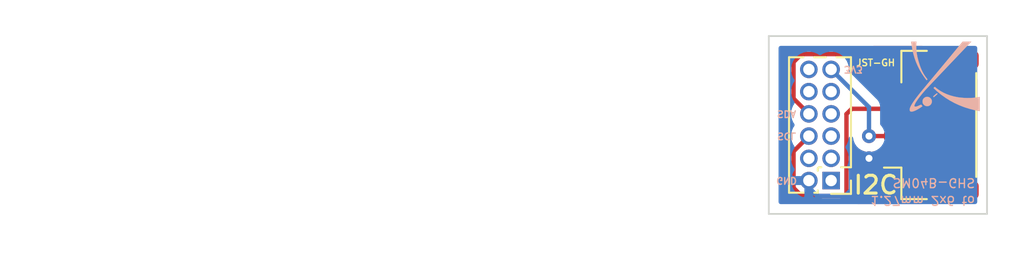
<source format=kicad_pcb>
(kicad_pcb (version 20171130) (host pcbnew "(5.1.12)-1")

  (general
    (thickness 1.6002)
    (drawings 14)
    (tracks 28)
    (zones 0)
    (modules 3)
    (nets 13)
  )

  (page A4)
  (title_block
    (title "2x6 1.27mm socket to JST-GH I2C Adapter board PCB")
    (date 2021-11-28)
    (rev 1)
    (comment 2 "Vincent Nguyen")
  )

  (layers
    (0 Front signal)
    (31 Back signal)
    (34 B.Paste user)
    (35 F.Paste user)
    (36 B.SilkS user)
    (37 F.SilkS user)
    (38 B.Mask user)
    (39 F.Mask user)
    (44 Edge.Cuts user)
    (45 Margin user)
    (46 B.CrtYd user)
    (47 F.CrtYd user)
    (49 F.Fab user)
  )

  (setup
    (last_trace_width 0.25)
    (user_trace_width 0.1)
    (user_trace_width 0.2)
    (user_trace_width 0.5)
    (trace_clearance 0.25)
    (zone_clearance 0.508)
    (zone_45_only no)
    (trace_min 0.1)
    (via_size 0.8)
    (via_drill 0.4)
    (via_min_size 0.45)
    (via_min_drill 0.2)
    (user_via 0.45 0.2)
    (user_via 0.8 0.4)
    (uvia_size 0.8)
    (uvia_drill 0.4)
    (uvias_allowed no)
    (uvia_min_size 0)
    (uvia_min_drill 0)
    (edge_width 0.1)
    (segment_width 0.1)
    (pcb_text_width 0.3)
    (pcb_text_size 1.5 1.5)
    (mod_edge_width 0.1)
    (mod_text_size 0.8 0.8)
    (mod_text_width 0.1)
    (pad_size 1.524 1.524)
    (pad_drill 0.762)
    (pad_to_mask_clearance 0)
    (solder_mask_min_width 0.1)
    (aux_axis_origin 0 0)
    (visible_elements 7FFFFFFF)
    (pcbplotparams
      (layerselection 0x010fc_ffffffff)
      (usegerberextensions false)
      (usegerberattributes false)
      (usegerberadvancedattributes false)
      (creategerberjobfile false)
      (excludeedgelayer true)
      (linewidth 0.152400)
      (plotframeref false)
      (viasonmask false)
      (mode 1)
      (useauxorigin false)
      (hpglpennumber 1)
      (hpglpenspeed 20)
      (hpglpendiameter 15.000000)
      (psnegative false)
      (psa4output false)
      (plotreference true)
      (plotvalue false)
      (plotinvisibletext false)
      (padsonsilk false)
      (subtractmaskfromsilk true)
      (outputformat 1)
      (mirror false)
      (drillshape 0)
      (scaleselection 1)
      (outputdirectory "./gerbers_for_aisler"))
  )

  (net 0 "")
  (net 1 /3V3)
  (net 2 /UART_TX)
  (net 3 /SPI_SCK)
  (net 4 /UART_RX)
  (net 5 /SPI_MISO)
  (net 6 /I2C_SDA)
  (net 7 /SPI_MOSI)
  (net 8 /I2C_SCL)
  (net 9 /SPI_CS0)
  (net 10 /SPI_CS2)
  (net 11 /SPI_CS1)
  (net 12 /GND)

  (net_class Default "This is the default net class."
    (clearance 0.25)
    (trace_width 0.25)
    (via_dia 0.8)
    (via_drill 0.4)
    (uvia_dia 0.8)
    (uvia_drill 0.4)
    (diff_pair_width 0.25)
    (diff_pair_gap 0.25)
    (add_net /3V3)
    (add_net /GND)
    (add_net /I2C_SCL)
    (add_net /I2C_SDA)
    (add_net /SPI_CS0)
    (add_net /SPI_CS1)
    (add_net /SPI_CS2)
    (add_net /SPI_MISO)
    (add_net /SPI_MOSI)
    (add_net /SPI_SCK)
    (add_net /UART_RX)
    (add_net /UART_TX)
  )

  (net_class Min "This is the bare minimum allowed."
    (clearance 0.1)
    (trace_width 0.1)
    (via_dia 0.45)
    (via_drill 0.2)
    (uvia_dia 0.45)
    (uvia_drill 0.2)
    (diff_pair_width 0.12)
    (diff_pair_gap 0.12)
  )

  (module graphics:xplore_logo_4mm locked (layer Back) (tedit 0) (tstamp 61A2890D)
    (at 153.797 98.933 270)
    (fp_text reference " " (at 0 0 90) (layer B.SilkS) hide
      (effects (font (size 1.524 1.524) (thickness 0.3)) (justify mirror))
    )
    (fp_text value " " (at 0.75 0 90) (layer B.SilkS) hide
      (effects (font (size 1.524 1.524) (thickness 0.3)) (justify mirror))
    )
    (fp_poly (pts (xy -1.975679 0.628213) (xy -1.955187 0.609038) (xy -1.926447 0.579255) (xy -1.891 0.540646)
      (xy -1.850388 0.49499) (xy -1.806153 0.444069) (xy -1.759837 0.389663) (xy -1.712982 0.333551)
      (xy -1.66713 0.277516) (xy -1.623822 0.223338) (xy -1.5846 0.172796) (xy -1.573968 0.15875)
      (xy -1.409938 -0.07278) (xy -1.262329 -0.309661) (xy -1.130185 -0.553713) (xy -1.012555 -0.806757)
      (xy -0.908483 -1.070612) (xy -0.865977 -1.192893) (xy -0.79292 -1.430508) (xy -0.732401 -1.667451)
      (xy -0.685481 -1.89945) (xy -0.675843 -1.95716) (xy -0.669691 -1.995714) (xy -1.471591 -1.995714)
      (xy -1.466103 -1.966232) (xy -1.442482 -1.812472) (xy -1.426036 -1.646368) (xy -1.416785 -1.472244)
      (xy -1.41475 -1.294429) (xy -1.419951 -1.11725) (xy -1.432406 -0.945032) (xy -1.452136 -0.782103)
      (xy -1.460436 -0.73) (xy -1.503849 -0.518508) (xy -1.560541 -0.315615) (xy -1.630049 -0.122376)
      (xy -1.711908 0.060156) (xy -1.805653 0.230928) (xy -1.910822 0.388887) (xy -2.006865 0.509987)
      (xy -2.051451 0.561866) (xy -2.022065 0.598433) (xy -2.004284 0.619167) (xy -1.990773 0.632419)
      (xy -1.986381 0.635) (xy -1.975679 0.628213)) (layer B.SilkS) (width 0.01))
    (fp_poly (pts (xy -0.704226 1.990563) (xy -0.671955 1.979377) (xy -0.660863 1.97118) (xy -0.642659 1.940393)
      (xy -0.636417 1.897348) (xy -0.641756 1.843086) (xy -0.658297 1.778648) (xy -0.68566 1.705073)
      (xy -0.723464 1.623404) (xy -0.771329 1.534679) (xy -0.828876 1.439941) (xy -0.886332 1.353709)
      (xy -0.944597 1.269596) (xy -0.988984 1.303816) (xy -1.012417 1.323348) (xy -1.028649 1.339675)
      (xy -1.033757 1.34805) (xy -1.030268 1.36001) (xy -1.020542 1.38441) (xy -1.006199 1.417337)
      (xy -0.993846 1.444298) (xy -0.960867 1.517985) (xy -0.937441 1.578011) (xy -0.923232 1.625927)
      (xy -0.917905 1.663282) (xy -0.921125 1.691628) (xy -0.932556 1.712514) (xy -0.935208 1.71535)
      (xy -0.953052 1.728117) (xy -0.974823 1.730238) (xy -0.987368 1.728472) (xy -1.035184 1.714557)
      (xy -1.094548 1.687998) (xy -1.164611 1.649397) (xy -1.244524 1.599357) (xy -1.33344 1.538479)
      (xy -1.430508 1.467366) (xy -1.53488 1.38662) (xy -1.645706 1.296844) (xy -1.762139 1.19864)
      (xy -1.882322 1.093506) (xy -1.900719 1.076737) (xy -1.93145 1.04823) (xy -1.973706 1.008752)
      (xy -2.026677 0.95907) (xy -2.089554 0.899952) (xy -2.161526 0.832165) (xy -2.241785 0.756478)
      (xy -2.329521 0.673657) (xy -2.423924 0.584471) (xy -2.524185 0.489686) (xy -2.629494 0.390071)
      (xy -2.739042 0.286392) (xy -2.852019 0.179419) (xy -2.967616 0.069917) (xy -3.085023 -0.041345)
      (xy -3.20343 -0.1536) (xy -3.322029 -0.26608) (xy -3.440009 -0.378018) (xy -3.556561 -0.488645)
      (xy -3.670875 -0.597196) (xy -3.782142 -0.702901) (xy -3.889553 -0.804993) (xy -3.992297 -0.902706)
      (xy -4.089566 -0.995271) (xy -4.180549 -1.08192) (xy -4.264438 -1.161887) (xy -4.340422 -1.234403)
      (xy -4.407692 -1.298701) (xy -4.465439 -1.354013) (xy -4.512853 -1.399573) (xy -4.549124 -1.434612)
      (xy -4.565197 -1.450261) (xy -4.6355 -1.519038) (xy -4.635055 -1.269787) (xy -4.63461 -1.020535)
      (xy -4.505788 -0.915589) (xy -4.405151 -0.833454) (xy -4.297504 -0.7453) (xy -4.1822 -0.650591)
      (xy -4.058588 -0.54879) (xy -3.92602 -0.439361) (xy -3.783848 -0.321766) (xy -3.631423 -0.195469)
      (xy -3.468097 -0.059932) (xy -3.29322 0.08538) (xy -3.106144 0.241005) (xy -2.906221 0.40748)
      (xy -2.784929 0.508546) (xy -2.66935 0.604836) (xy -2.555405 0.699693) (xy -2.444112 0.792273)
      (xy -2.336488 0.881733) (xy -2.233548 0.967231) (xy -2.136311 1.047922) (xy -2.045793 1.122965)
      (xy -1.963011 1.191517) (xy -1.888982 1.252734) (xy -1.824721 1.305773) (xy -1.771248 1.349791)
      (xy -1.729577 1.383947) (xy -1.700727 1.407395) (xy -1.698786 1.408958) (xy -1.549881 1.526892)
      (xy -1.413055 1.631443) (xy -1.28821 1.722676) (xy -1.175247 1.800655) (xy -1.074068 1.865446)
      (xy -0.984576 1.917115) (xy -0.906672 1.955727) (xy -0.840257 1.981348) (xy -0.83991 1.981457)
      (xy -0.793018 1.99188) (xy -0.746186 1.994823) (xy -0.704226 1.990563)) (layer B.SilkS) (width 0.01))
    (fp_poly (pts (xy -1.492644 0.650991) (xy -1.48484 0.647174) (xy -1.46768 0.636777) (xy -1.460501 0.629635)
      (xy -1.460501 0.629617) (xy -1.466091 0.620657) (xy -1.481221 0.601126) (xy -1.503424 0.573901)
      (xy -1.530237 0.541862) (xy -1.559194 0.507887) (xy -1.587831 0.474855) (xy -1.613683 0.445644)
      (xy -1.634285 0.423133) (xy -1.647174 0.410202) (xy -1.650064 0.408215) (xy -1.66093 0.414259)
      (xy -1.673349 0.425993) (xy -1.678983 0.433277) (xy -1.680792 0.441066) (xy -1.677376 0.451739)
      (xy -1.667336 0.467672) (xy -1.649275 0.491244) (xy -1.621792 0.524832) (xy -1.599309 0.551849)
      (xy -1.565118 0.59271) (xy -1.540378 0.621433) (xy -1.522924 0.639822) (xy -1.510592 0.649676)
      (xy -1.50122 0.652799) (xy -1.492644 0.650991)) (layer B.SilkS) (width 0.01))
    (fp_poly (pts (xy -1.170586 1.262423) (xy -1.135926 1.255883) (xy -1.10515 1.2438) (xy -1.047203 1.206795)
      (xy -1.002064 1.159616) (xy -0.970204 1.104899) (xy -0.95209 1.045281) (xy -0.948192 0.983398)
      (xy -0.958978 0.921887) (xy -0.984918 0.863386) (xy -1.02648 0.81053) (xy -1.027867 0.809163)
      (xy -1.078777 0.770151) (xy -1.137183 0.74342) (xy -1.198588 0.730331) (xy -1.258494 0.732246)
      (xy -1.272409 0.735153) (xy -1.336574 0.759323) (xy -1.390088 0.795799) (xy -1.432224 0.842096)
      (xy -1.462251 0.89573) (xy -1.479443 0.954218) (xy -1.48307 1.015075) (xy -1.472404 1.075817)
      (xy -1.446716 1.133959) (xy -1.405277 1.187017) (xy -1.405005 1.18729) (xy -1.355822 1.227734)
      (xy -1.303083 1.252508) (xy -1.242358 1.263412) (xy -1.215572 1.264293) (xy -1.170586 1.262423)) (layer B.SilkS) (width 0.01))
    (fp_poly (pts (xy -4.606018 1.910096) (xy -4.585169 1.906919) (xy -4.551338 1.901999) (xy -4.509517 1.896053)
      (xy -4.472215 1.89084) (xy -4.205799 1.846969) (xy -3.95158 1.790629) (xy -3.708016 1.721198)
      (xy -3.473563 1.638054) (xy -3.246677 1.540577) (xy -3.025817 1.428143) (xy -2.809438 1.300132)
      (xy -2.595998 1.155923) (xy -2.532176 1.109309) (xy -2.429101 1.032732) (xy -2.454498 1.006223)
      (xy -2.470463 0.989794) (xy -2.479648 0.980795) (xy -2.480466 0.980187) (xy -2.487308 0.985642)
      (xy -2.505242 0.999923) (xy -2.531165 1.02056) (xy -2.549072 1.034815) (xy -2.658701 1.116813)
      (xy -2.771875 1.190561) (xy -2.891574 1.257616) (xy -3.02078 1.319536) (xy -3.162474 1.377878)
      (xy -3.302 1.428226) (xy -3.531586 1.499799) (xy -3.754376 1.555702) (xy -3.969713 1.595781)
      (xy -4.077552 1.610206) (xy -4.129876 1.614915) (xy -4.193528 1.618578) (xy -4.264351 1.621152)
      (xy -4.338191 1.62259) (xy -4.410889 1.622846) (xy -4.478289 1.621876) (xy -4.536236 1.619634)
      (xy -4.580572 1.616074) (xy -4.58334 1.615739) (xy -4.6355 1.609223) (xy -4.6355 1.914894)
      (xy -4.606018 1.910096)) (layer B.SilkS) (width 0.01))
  )

  (module Connector_JST:JST_GH_SM04B-GHS-TB_1x04-1MP_P1.25mm_Horizontal (layer Front) (tedit 5B78AD87) (tstamp 619940F4)
    (at 153.035 99.06 90)
    (descr "JST GH series connector, SM04B-GHS-TB (http://www.jst-mfg.com/product/pdf/eng/eGH.pdf), generated with kicad-footprint-generator")
    (tags "connector JST GH top entry")
    (path /6199593B)
    (attr smd)
    (fp_text reference J2 (at 0 0 270) (layer F.SilkS) hide
      (effects (font (size 1 1) (thickness 0.15)))
    )
    (fp_text value SM04B-GHS-TB (at 0 4.445 270) (layer F.Fab)
      (effects (font (size 1 1) (thickness 0.15)))
    )
    (fp_line (start -1.875 -0.892893) (end -1.375 -1.6) (layer F.Fab) (width 0.1))
    (fp_line (start -2.375 -1.6) (end -1.875 -0.892893) (layer F.Fab) (width 0.1))
    (fp_line (start 4.72 -3.2) (end -4.72 -3.2) (layer F.CrtYd) (width 0.05))
    (fp_line (start 4.72 3.2) (end 4.72 -3.2) (layer F.CrtYd) (width 0.05))
    (fp_line (start -4.72 3.2) (end 4.72 3.2) (layer F.CrtYd) (width 0.05))
    (fp_line (start -4.72 -3.2) (end -4.72 3.2) (layer F.CrtYd) (width 0.05))
    (fp_line (start 4.125 -1.6) (end 4.125 2.45) (layer F.Fab) (width 0.1))
    (fp_line (start -4.125 -1.6) (end -4.125 2.45) (layer F.Fab) (width 0.1))
    (fp_line (start -4.125 2.45) (end 4.125 2.45) (layer F.Fab) (width 0.1))
    (fp_line (start -2.965 2.56) (end 2.965 2.56) (layer F.SilkS) (width 0.12))
    (fp_line (start 4.235 -1.71) (end 2.435 -1.71) (layer F.SilkS) (width 0.12))
    (fp_line (start 4.235 -0.26) (end 4.235 -1.71) (layer F.SilkS) (width 0.12))
    (fp_line (start -2.435 -1.71) (end -2.435 -2.7) (layer F.SilkS) (width 0.12))
    (fp_line (start -4.235 -1.71) (end -2.435 -1.71) (layer F.SilkS) (width 0.12))
    (fp_line (start -4.235 -0.26) (end -4.235 -1.71) (layer F.SilkS) (width 0.12))
    (fp_line (start -4.125 -1.6) (end 4.125 -1.6) (layer F.Fab) (width 0.1))
    (pad MP smd roundrect (at 3.725 1.35 90) (size 1 2.7) (layers Front F.Paste F.Mask) (roundrect_rratio 0.25))
    (pad MP smd roundrect (at -3.725 1.35 90) (size 1 2.7) (layers Front F.Paste F.Mask) (roundrect_rratio 0.25))
    (pad 4 smd roundrect (at 1.875 -1.85 90) (size 0.6 1.7) (layers Front F.Paste F.Mask) (roundrect_rratio 0.25)
      (net 6 /I2C_SDA))
    (pad 3 smd roundrect (at 0.625 -1.85 90) (size 0.6 1.7) (layers Front F.Paste F.Mask) (roundrect_rratio 0.25)
      (net 8 /I2C_SCL))
    (pad 2 smd roundrect (at -0.625 -1.85 90) (size 0.6 1.7) (layers Front F.Paste F.Mask) (roundrect_rratio 0.25)
      (net 1 /3V3))
    (pad 1 smd roundrect (at -1.875 -1.85 90) (size 0.6 1.7) (layers Front F.Paste F.Mask) (roundrect_rratio 0.25)
      (net 12 /GND))
    (model ${KISYS3DMOD}/Connector_JST.3dshapes/JST_GH_SM04B-GHS-TB_1x04-1MP_P1.25mm_Horizontal.wrl
      (at (xyz 0 0 0))
      (scale (xyz 1 1 1))
      (rotate (xyz 0 0 0))
    )
  )

  (module Connector_PinHeader_1.27mm:PinHeader_2x06_P1.27mm_Vertical (layer Front) (tedit 59FED6E3) (tstamp 61A3CFF4)
    (at 147.32 102.235 180)
    (descr "Through hole straight pin header, 2x06, 1.27mm pitch, double rows")
    (tags "Through hole pin header THT 2x06 1.27mm double row")
    (path /6198D3EE)
    (fp_text reference J1 (at 0.635 3.175 90) (layer F.SilkS) hide
      (effects (font (size 1 1) (thickness 0.15)))
    )
    (fp_text value "1.27mm 2x6-PTH" (at 4.445 3.429 90) (layer F.Fab)
      (effects (font (size 1 1) (thickness 0.15)))
    )
    (fp_line (start -0.2175 -0.635) (end 2.34 -0.635) (layer F.Fab) (width 0.1))
    (fp_line (start 2.34 -0.635) (end 2.34 6.985) (layer F.Fab) (width 0.1))
    (fp_line (start 2.34 6.985) (end -1.07 6.985) (layer F.Fab) (width 0.1))
    (fp_line (start -1.07 6.985) (end -1.07 0.2175) (layer F.Fab) (width 0.1))
    (fp_line (start -1.07 0.2175) (end -0.2175 -0.635) (layer F.Fab) (width 0.1))
    (fp_line (start -1.13 7.045) (end -0.30753 7.045) (layer F.SilkS) (width 0.12))
    (fp_line (start 1.57753 7.045) (end 2.4 7.045) (layer F.SilkS) (width 0.12))
    (fp_line (start 0.30753 7.045) (end 0.96247 7.045) (layer F.SilkS) (width 0.12))
    (fp_line (start -1.13 0.76) (end -1.13 7.045) (layer F.SilkS) (width 0.12))
    (fp_line (start 2.4 -0.695) (end 2.4 7.045) (layer F.SilkS) (width 0.12))
    (fp_line (start -1.13 0.76) (end -0.563471 0.76) (layer F.SilkS) (width 0.12))
    (fp_line (start 0.563471 0.76) (end 0.706529 0.76) (layer F.SilkS) (width 0.12))
    (fp_line (start 0.76 0.706529) (end 0.76 0.563471) (layer F.SilkS) (width 0.12))
    (fp_line (start 0.76 -0.563471) (end 0.76 -0.695) (layer F.SilkS) (width 0.12))
    (fp_line (start 0.76 -0.695) (end 0.96247 -0.695) (layer F.SilkS) (width 0.12))
    (fp_line (start 1.57753 -0.695) (end 2.4 -0.695) (layer F.SilkS) (width 0.12))
    (fp_line (start -1.13 0) (end -1.13 -0.76) (layer F.SilkS) (width 0.12))
    (fp_line (start -1.13 -0.76) (end 0 -0.76) (layer F.SilkS) (width 0.12))
    (fp_line (start -1.6 -1.15) (end -1.6 7.5) (layer F.CrtYd) (width 0.05))
    (fp_line (start -1.6 7.5) (end 2.85 7.5) (layer F.CrtYd) (width 0.05))
    (fp_line (start 2.85 7.5) (end 2.85 -1.15) (layer F.CrtYd) (width 0.05))
    (fp_line (start 2.85 -1.15) (end -1.6 -1.15) (layer F.CrtYd) (width 0.05))
    (pad 1 thru_hole rect (at 0 0 180) (size 1 1) (drill 0.65) (layers *.Cu *.Mask)
      (net 11 /SPI_CS1))
    (pad 2 thru_hole oval (at 1.27 0 180) (size 1 1) (drill 0.65) (layers *.Cu *.Mask)
      (net 12 /GND))
    (pad 3 thru_hole oval (at 0 1.27 180) (size 1 1) (drill 0.65) (layers *.Cu *.Mask)
      (net 9 /SPI_CS0))
    (pad 4 thru_hole oval (at 1.27 1.27 180) (size 1 1) (drill 0.65) (layers *.Cu *.Mask)
      (net 10 /SPI_CS2))
    (pad 5 thru_hole oval (at 0 2.54 180) (size 1 1) (drill 0.65) (layers *.Cu *.Mask)
      (net 7 /SPI_MOSI))
    (pad 6 thru_hole oval (at 1.27 2.54 180) (size 1 1) (drill 0.65) (layers *.Cu *.Mask)
      (net 8 /I2C_SCL))
    (pad 7 thru_hole oval (at 0 3.81 180) (size 1 1) (drill 0.65) (layers *.Cu *.Mask)
      (net 5 /SPI_MISO))
    (pad 8 thru_hole oval (at 1.27 3.81 180) (size 1 1) (drill 0.65) (layers *.Cu *.Mask)
      (net 6 /I2C_SDA))
    (pad 9 thru_hole oval (at 0 5.08 180) (size 1 1) (drill 0.65) (layers *.Cu *.Mask)
      (net 3 /SPI_SCK))
    (pad 10 thru_hole oval (at 1.27 5.08 180) (size 1 1) (drill 0.65) (layers *.Cu *.Mask)
      (net 4 /UART_RX))
    (pad 11 thru_hole oval (at 0 6.35 180) (size 1 1) (drill 0.65) (layers *.Cu *.Mask)
      (net 1 /3V3))
    (pad 12 thru_hole oval (at 1.27 6.35 180) (size 1 1) (drill 0.65) (layers *.Cu *.Mask)
      (net 2 /UART_TX))
  )

  (gr_text JST-GH (at 149.86 95.504) (layer F.SilkS) (tstamp 61A35212)
    (effects (font (size 0.381 0.381) (thickness 0.0762)))
  )
  (gr_text I2C (at 149.86 102.489) (layer F.SilkS)
    (effects (font (size 1.016 1.016) (thickness 0.1778)))
  )
  (gr_text SM04B-GHS (at 155.575 102.362 180) (layer B.SilkS) (tstamp 61A2859F)
    (effects (font (size 0.508 0.508) (thickness 0.0762)) (justify right mirror))
  )
  (gr_text 3V3 (at 148.59 95.885 180) (layer B.SilkS) (tstamp 61A28220)
    (effects (font (size 0.381 0.381) (thickness 0.0762)) (justify mirror))
  )
  (gr_text SDA (at 144.78 98.425 180) (layer B.SilkS) (tstamp 61A28220)
    (effects (font (size 0.381 0.381) (thickness 0.0762)) (justify mirror))
  )
  (gr_text SCL (at 144.78 99.695 180) (layer B.SilkS) (tstamp 61A280C2)
    (effects (font (size 0.381 0.381) (thickness 0.0762)) (justify mirror))
  )
  (gr_text GND (at 144.78 102.235 180) (layer B.SilkS) (tstamp 61A27D6B)
    (effects (font (size 0.381 0.381) (thickness 0.0762)) (justify mirror))
  )
  (gr_text "1.27mm 2x6 to" (at 155.575 103.378 180) (layer B.SilkS)
    (effects (font (size 0.508 0.508) (thickness 0.0762)) (justify right mirror))
  )
  (gr_line (start 143.764 104.14) (end 143.764 93.98) (layer Edge.Cuts) (width 0.1) (tstamp 61994459))
  (gr_line (start 156.21 104.14) (end 143.764 104.14) (layer Edge.Cuts) (width 0.1))
  (gr_line (start 156.21 93.98) (end 156.21 104.14) (layer Edge.Cuts) (width 0.1))
  (gr_line (start 143.764 93.98) (end 156.21 93.98) (layer Edge.Cuts) (width 0.1))
  (gr_line (start 124 93) (end 120 107) (layer Cmts.User) (width 0.1524))
  (gr_line (start 100 100) (end 124 93) (layer Cmts.User) (width 0.1524))

  (via (at 149.479 99.695) (size 0.8) (drill 0.4) (layers Front Back) (net 1))
  (segment (start 152.045 99.695) (end 149.479 99.695) (width 0.25) (layer Front) (net 1))
  (segment (start 152.035 99.685) (end 152.045 99.695) (width 0.25) (layer Front) (net 1))
  (segment (start 151.185 99.685) (end 152.035 99.685) (width 0.25) (layer Front) (net 1))
  (segment (start 149.479 98.044) (end 147.32 95.885) (width 0.25) (layer Back) (net 1))
  (segment (start 149.479 99.695) (end 149.479 98.044) (width 0.25) (layer Back) (net 1))
  (segment (start 149.009999 95.009999) (end 151.185 97.185) (width 0.25) (layer Front) (net 6))
  (segment (start 145.629999 95.009999) (end 149.009999 95.009999) (width 0.25) (layer Front) (net 6))
  (segment (start 145.174999 95.464999) (end 145.629999 95.009999) (width 0.25) (layer Front) (net 6))
  (segment (start 145.174999 97.549999) (end 145.174999 95.464999) (width 0.25) (layer Front) (net 6))
  (segment (start 146.05 98.425) (end 145.174999 97.549999) (width 0.25) (layer Front) (net 6))
  (segment (start 145.174999 100.570001) (end 146.05 99.695) (width 0.25) (layer Front) (net 8))
  (segment (start 145.629999 103.110001) (end 145.174999 102.655001) (width 0.25) (layer Front) (net 8))
  (segment (start 148.120001 103.110001) (end 145.629999 103.110001) (width 0.25) (layer Front) (net 8))
  (segment (start 148.195001 103.035001) (end 148.120001 103.110001) (width 0.25) (layer Front) (net 8))
  (segment (start 148.195001 98.435) (end 148.195001 103.035001) (width 0.25) (layer Front) (net 8))
  (segment (start 148.495001 98.135) (end 148.195001 98.435) (width 0.25) (layer Front) (net 8))
  (segment (start 145.174999 102.655001) (end 145.174999 100.570001) (width 0.25) (layer Front) (net 8))
  (segment (start 150.885 98.135) (end 148.495001 98.135) (width 0.25) (layer Front) (net 8))
  (segment (start 151.185 98.435) (end 150.885 98.135) (width 0.25) (layer Front) (net 8))
  (via (at 149.479 100.965) (size 0.8) (drill 0.4) (layers Front Back) (net 12))
  (segment (start 149.509 100.935) (end 149.479 100.965) (width 0.25) (layer Front) (net 12))
  (segment (start 151.185 100.935) (end 149.509 100.935) (width 0.25) (layer Front) (net 12))
  (segment (start 146.05 102.640002) (end 146.05 102.235) (width 0.25) (layer Back) (net 12))
  (segment (start 146.519999 103.110001) (end 146.05 102.640002) (width 0.25) (layer Back) (net 12))
  (segment (start 148.120001 103.110001) (end 146.519999 103.110001) (width 0.25) (layer Back) (net 12))
  (segment (start 149.479 101.751002) (end 148.120001 103.110001) (width 0.25) (layer Back) (net 12))
  (segment (start 149.479 100.965) (end 149.479 101.751002) (width 0.25) (layer Back) (net 12))

  (zone (net 12) (net_name /GND) (layer Front) (tstamp 0) (hatch edge 0.508)
    (connect_pads (clearance 0.508))
    (min_thickness 0.254)
    (fill yes (arc_segments 32) (thermal_gap 0.508) (thermal_bridge_width 0.508))
    (polygon
      (pts
        (xy 156.845 104.775) (xy 143.51 104.775) (xy 143.51 93.345) (xy 156.845 93.345)
      )
    )
    (filled_polygon
      (pts
        (xy 152.464528 94.74515) (xy 152.413992 94.911746) (xy 152.396928 95.085) (xy 152.396928 95.585) (xy 152.413992 95.758254)
        (xy 152.464528 95.92485) (xy 152.546595 96.078386) (xy 152.657038 96.212962) (xy 152.791614 96.323405) (xy 152.94515 96.405472)
        (xy 153.111746 96.456008) (xy 153.285 96.473072) (xy 155.485 96.473072) (xy 155.525 96.469132) (xy 155.525001 101.650868)
        (xy 155.485 101.646928) (xy 153.285 101.646928) (xy 153.111746 101.663992) (xy 152.94515 101.714528) (xy 152.791614 101.796595)
        (xy 152.657038 101.907038) (xy 152.546595 102.041614) (xy 152.464528 102.19515) (xy 152.413992 102.361746) (xy 152.396928 102.535)
        (xy 152.396928 103.035) (xy 152.413992 103.208254) (xy 152.464528 103.37485) (xy 152.507369 103.455) (xy 148.832261 103.455)
        (xy 148.900547 103.327248) (xy 148.944004 103.183987) (xy 148.955001 103.072334) (xy 148.955001 103.072324) (xy 148.958677 103.035002)
        (xy 148.955001 102.997679) (xy 148.955001 101.235) (xy 149.696928 101.235) (xy 149.709188 101.359482) (xy 149.745498 101.47918)
        (xy 149.804463 101.589494) (xy 149.883815 101.686185) (xy 149.980506 101.765537) (xy 150.09082 101.824502) (xy 150.210518 101.860812)
        (xy 150.335 101.873072) (xy 150.89925 101.87) (xy 151.058 101.71125) (xy 151.058 101.062) (xy 151.312 101.062)
        (xy 151.312 101.71125) (xy 151.47075 101.87) (xy 152.035 101.873072) (xy 152.159482 101.860812) (xy 152.27918 101.824502)
        (xy 152.389494 101.765537) (xy 152.486185 101.686185) (xy 152.565537 101.589494) (xy 152.624502 101.47918) (xy 152.660812 101.359482)
        (xy 152.673072 101.235) (xy 152.67 101.22075) (xy 152.51125 101.062) (xy 151.312 101.062) (xy 151.058 101.062)
        (xy 149.85875 101.062) (xy 149.7 101.22075) (xy 149.696928 101.235) (xy 148.955001 101.235) (xy 148.955001 100.589659)
        (xy 148.988744 100.612205) (xy 149.177102 100.690226) (xy 149.377061 100.73) (xy 149.580939 100.73) (xy 149.747599 100.696849)
        (xy 149.85875 100.808) (xy 151.058 100.808) (xy 151.058 100.788) (xy 151.312 100.788) (xy 151.312 100.808)
        (xy 152.51125 100.808) (xy 152.67 100.64925) (xy 152.673072 100.635) (xy 152.660812 100.510518) (xy 152.624502 100.39082)
        (xy 152.565537 100.280506) (xy 152.551055 100.26286) (xy 152.585001 100.235001) (xy 152.679974 100.119276) (xy 152.750546 99.987247)
        (xy 152.794003 99.843986) (xy 152.808677 99.695) (xy 152.794003 99.546014) (xy 152.750546 99.402753) (xy 152.679974 99.270724)
        (xy 152.585001 99.154999) (xy 152.579509 99.150491) (xy 152.575001 99.144999) (xy 152.55865 99.13158) (xy 152.540258 99.097171)
        (xy 152.509753 99.06) (xy 152.540258 99.022829) (xy 152.613084 98.886582) (xy 152.657929 98.738745) (xy 152.673072 98.585)
        (xy 152.673072 98.285) (xy 152.657929 98.131255) (xy 152.613084 97.983418) (xy 152.540258 97.847171) (xy 152.509753 97.81)
        (xy 152.540258 97.772829) (xy 152.613084 97.636582) (xy 152.657929 97.488745) (xy 152.673072 97.335) (xy 152.673072 97.035)
        (xy 152.657929 96.881255) (xy 152.613084 96.733418) (xy 152.540258 96.597171) (xy 152.442251 96.477749) (xy 152.322829 96.379742)
        (xy 152.186582 96.306916) (xy 152.038745 96.262071) (xy 151.885 96.246928) (xy 151.32173 96.246928) (xy 149.739801 94.665)
        (xy 152.507369 94.665)
      )
    )
    (filled_polygon
      (pts
        (xy 146.177 102.108) (xy 146.181928 102.108) (xy 146.181928 102.350001) (xy 145.9448 102.350001) (xy 145.934999 102.3402)
        (xy 145.934999 102.099361) (xy 145.938212 102.1) (xy 146.161788 102.1) (xy 146.177 102.096974)
      )
    )
  )
  (zone (net 12) (net_name /GND) (layer Back) (tstamp 0) (hatch edge 0.508)
    (connect_pads (clearance 0.508))
    (min_thickness 0.254)
    (fill yes (arc_segments 32) (thermal_gap 0.508) (thermal_bridge_width 0.508))
    (polygon
      (pts
        (xy 156.845 104.775) (xy 143.51 104.775) (xy 143.51 93.345) (xy 156.845 93.345)
      )
    )
    (filled_polygon
      (pts
        (xy 155.525001 103.455) (xy 144.449 103.455) (xy 144.449 102.536874) (xy 144.955881 102.536874) (xy 144.972554 102.591864)
        (xy 145.062877 102.795206) (xy 145.191135 102.97702) (xy 145.352399 103.130318) (xy 145.540471 103.24921) (xy 145.748124 103.329126)
        (xy 145.923 103.204129) (xy 145.923 102.362) (xy 145.082046 102.362) (xy 144.955881 102.536874) (xy 144.449 102.536874)
        (xy 144.449 95.773212) (xy 144.915 95.773212) (xy 144.915 95.996788) (xy 144.958617 96.216067) (xy 145.044176 96.422624)
        (xy 145.109241 96.52) (xy 145.044176 96.617376) (xy 144.958617 96.823933) (xy 144.915 97.043212) (xy 144.915 97.266788)
        (xy 144.958617 97.486067) (xy 145.044176 97.692624) (xy 145.109241 97.79) (xy 145.044176 97.887376) (xy 144.958617 98.093933)
        (xy 144.915 98.313212) (xy 144.915 98.536788) (xy 144.958617 98.756067) (xy 145.044176 98.962624) (xy 145.109241 99.06)
        (xy 145.044176 99.157376) (xy 144.958617 99.363933) (xy 144.915 99.583212) (xy 144.915 99.806788) (xy 144.958617 100.026067)
        (xy 145.044176 100.232624) (xy 145.109241 100.33) (xy 145.044176 100.427376) (xy 144.958617 100.633933) (xy 144.915 100.853212)
        (xy 144.915 101.076788) (xy 144.958617 101.296067) (xy 145.044176 101.502624) (xy 145.112353 101.604658) (xy 145.062877 101.674794)
        (xy 144.972554 101.878136) (xy 144.955881 101.933126) (xy 145.082046 102.108) (xy 145.923 102.108) (xy 145.923 102.096974)
        (xy 145.938212 102.1) (xy 146.161788 102.1) (xy 146.177 102.096974) (xy 146.177 102.108) (xy 146.181928 102.108)
        (xy 146.181928 102.362) (xy 146.177 102.362) (xy 146.177 103.204129) (xy 146.351876 103.329126) (xy 146.487106 103.277082)
        (xy 146.57582 103.324502) (xy 146.695518 103.360812) (xy 146.82 103.373072) (xy 147.82 103.373072) (xy 147.944482 103.360812)
        (xy 148.06418 103.324502) (xy 148.174494 103.265537) (xy 148.271185 103.186185) (xy 148.350537 103.089494) (xy 148.409502 102.97918)
        (xy 148.445812 102.859482) (xy 148.458072 102.735) (xy 148.458072 101.735) (xy 148.445812 101.610518) (xy 148.409502 101.49082)
        (xy 148.365112 101.407774) (xy 148.411383 101.296067) (xy 148.455 101.076788) (xy 148.455 100.853212) (xy 148.411383 100.633933)
        (xy 148.325824 100.427376) (xy 148.260759 100.33) (xy 148.325824 100.232624) (xy 148.411383 100.026067) (xy 148.45048 99.829514)
        (xy 148.483774 99.996898) (xy 148.561795 100.185256) (xy 148.675063 100.354774) (xy 148.819226 100.498937) (xy 148.988744 100.612205)
        (xy 149.177102 100.690226) (xy 149.377061 100.73) (xy 149.580939 100.73) (xy 149.780898 100.690226) (xy 149.969256 100.612205)
        (xy 150.138774 100.498937) (xy 150.282937 100.354774) (xy 150.396205 100.185256) (xy 150.474226 99.996898) (xy 150.514 99.796939)
        (xy 150.514 99.593061) (xy 150.474226 99.393102) (xy 150.396205 99.204744) (xy 150.282937 99.035226) (xy 150.239 98.991289)
        (xy 150.239 98.081322) (xy 150.242676 98.043999) (xy 150.239 98.006676) (xy 150.239 98.006667) (xy 150.228003 97.895014)
        (xy 150.184546 97.751753) (xy 150.157674 97.70148) (xy 150.113974 97.619723) (xy 150.042799 97.532997) (xy 150.019001 97.503999)
        (xy 149.990003 97.480201) (xy 148.455 95.945199) (xy 148.455 95.773212) (xy 148.411383 95.553933) (xy 148.325824 95.347376)
        (xy 148.201612 95.16148) (xy 148.04352 95.003388) (xy 147.857624 94.879176) (xy 147.651067 94.793617) (xy 147.431788 94.75)
        (xy 147.208212 94.75) (xy 146.988933 94.793617) (xy 146.782376 94.879176) (xy 146.685 94.944241) (xy 146.587624 94.879176)
        (xy 146.381067 94.793617) (xy 146.161788 94.75) (xy 145.938212 94.75) (xy 145.718933 94.793617) (xy 145.512376 94.879176)
        (xy 145.32648 95.003388) (xy 145.168388 95.16148) (xy 145.044176 95.347376) (xy 144.958617 95.553933) (xy 144.915 95.773212)
        (xy 144.449 95.773212) (xy 144.449 94.665) (xy 155.525 94.665)
      )
    )
  )
)

</source>
